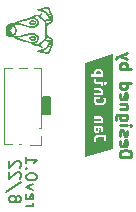
<source format=gbr>
%TF.GenerationSoftware,KiCad,Pcbnew,6.0.7-f9a2dced07~116~ubuntu22.04.1*%
%TF.CreationDate,2022-08-25T19:52:29+02:00*%
%TF.ProjectId,cortex_debug_adapter,636f7274-6578-45f6-9465-6275675f6164,rev?*%
%TF.SameCoordinates,Original*%
%TF.FileFunction,Legend,Bot*%
%TF.FilePolarity,Positive*%
%FSLAX46Y46*%
G04 Gerber Fmt 4.6, Leading zero omitted, Abs format (unit mm)*
G04 Created by KiCad (PCBNEW 6.0.7-f9a2dced07~116~ubuntu22.04.1) date 2022-08-25 19:52:29*
%MOMM*%
%LPD*%
G01*
G04 APERTURE LIST*
%ADD10C,0.150000*%
%ADD11C,0.153000*%
%ADD12C,0.250000*%
%ADD13C,0.120000*%
%ADD14R,1.700000X1.700000*%
%ADD15O,1.700000X1.700000*%
%ADD16R,1.000000X1.000000*%
%ADD17O,1.000000X1.000000*%
G04 APERTURE END LIST*
D10*
X149975000Y-101242500D02*
X149350000Y-101242500D01*
X149350000Y-101242500D02*
X149350000Y-99867500D01*
X149350000Y-99867500D02*
X149975000Y-99867500D01*
X149975000Y-99867500D02*
X149975000Y-101242500D01*
G36*
X149975000Y-101242500D02*
G01*
X149350000Y-101242500D01*
X149350000Y-99867500D01*
X149975000Y-99867500D01*
X149975000Y-101242500D01*
G37*
D11*
X147059047Y-108571428D02*
X147106666Y-108666666D01*
X147154285Y-108714285D01*
X147249523Y-108761904D01*
X147297142Y-108761904D01*
X147392380Y-108714285D01*
X147440000Y-108666666D01*
X147487619Y-108571428D01*
X147487619Y-108380952D01*
X147440000Y-108285714D01*
X147392380Y-108238095D01*
X147297142Y-108190476D01*
X147249523Y-108190476D01*
X147154285Y-108238095D01*
X147106666Y-108285714D01*
X147059047Y-108380952D01*
X147059047Y-108571428D01*
X147011428Y-108666666D01*
X146963809Y-108714285D01*
X146868571Y-108761904D01*
X146678095Y-108761904D01*
X146582857Y-108714285D01*
X146535238Y-108666666D01*
X146487619Y-108571428D01*
X146487619Y-108380952D01*
X146535238Y-108285714D01*
X146582857Y-108238095D01*
X146678095Y-108190476D01*
X146868571Y-108190476D01*
X146963809Y-108238095D01*
X147011428Y-108285714D01*
X147059047Y-108380952D01*
X147535238Y-107047619D02*
X146249523Y-107904761D01*
X147392380Y-106761904D02*
X147440000Y-106714285D01*
X147487619Y-106619047D01*
X147487619Y-106380952D01*
X147440000Y-106285714D01*
X147392380Y-106238095D01*
X147297142Y-106190476D01*
X147201904Y-106190476D01*
X147059047Y-106238095D01*
X146487619Y-106809523D01*
X146487619Y-106190476D01*
X147392380Y-105809523D02*
X147440000Y-105761904D01*
X147487619Y-105666666D01*
X147487619Y-105428571D01*
X147440000Y-105333333D01*
X147392380Y-105285714D01*
X147297142Y-105238095D01*
X147201904Y-105238095D01*
X147059047Y-105285714D01*
X146487619Y-105857142D01*
X146487619Y-105238095D01*
X147887619Y-109071428D02*
X148554285Y-109071428D01*
X148363809Y-109071428D02*
X148459047Y-109023809D01*
X148506666Y-108976190D01*
X148554285Y-108880952D01*
X148554285Y-108785714D01*
X147935238Y-108071428D02*
X147887619Y-108166666D01*
X147887619Y-108357142D01*
X147935238Y-108452380D01*
X148030476Y-108500000D01*
X148411428Y-108500000D01*
X148506666Y-108452380D01*
X148554285Y-108357142D01*
X148554285Y-108166666D01*
X148506666Y-108071428D01*
X148411428Y-108023809D01*
X148316190Y-108023809D01*
X148220952Y-108500000D01*
X148554285Y-107690476D02*
X147887619Y-107452380D01*
X148554285Y-107214285D01*
X148887619Y-106642857D02*
X148887619Y-106547619D01*
X148840000Y-106452380D01*
X148792380Y-106404761D01*
X148697142Y-106357142D01*
X148506666Y-106309523D01*
X148268571Y-106309523D01*
X148078095Y-106357142D01*
X147982857Y-106404761D01*
X147935238Y-106452380D01*
X147887619Y-106547619D01*
X147887619Y-106642857D01*
X147935238Y-106738095D01*
X147982857Y-106785714D01*
X148078095Y-106833333D01*
X148268571Y-106880952D01*
X148506666Y-106880952D01*
X148697142Y-106833333D01*
X148792380Y-106785714D01*
X148840000Y-106738095D01*
X148887619Y-106642857D01*
X147982857Y-105880952D02*
X147935238Y-105833333D01*
X147887619Y-105880952D01*
X147935238Y-105928571D01*
X147982857Y-105880952D01*
X147887619Y-105880952D01*
X147887619Y-104880952D02*
X147887619Y-105452380D01*
X147887619Y-105166666D02*
X148887619Y-105166666D01*
X148744761Y-105261904D01*
X148649523Y-105357142D01*
X148601904Y-105452380D01*
D12*
X155847619Y-104910833D02*
X156847619Y-104910833D01*
X156847619Y-104672738D01*
X156800000Y-104529880D01*
X156704761Y-104434642D01*
X156609523Y-104387023D01*
X156419047Y-104339404D01*
X156276190Y-104339404D01*
X156085714Y-104387023D01*
X155990476Y-104434642D01*
X155895238Y-104529880D01*
X155847619Y-104672738D01*
X155847619Y-104910833D01*
X155895238Y-103529880D02*
X155847619Y-103625119D01*
X155847619Y-103815595D01*
X155895238Y-103910833D01*
X155990476Y-103958452D01*
X156371428Y-103958452D01*
X156466666Y-103910833D01*
X156514285Y-103815595D01*
X156514285Y-103625119D01*
X156466666Y-103529880D01*
X156371428Y-103482261D01*
X156276190Y-103482261D01*
X156180952Y-103958452D01*
X155895238Y-103101309D02*
X155847619Y-103006071D01*
X155847619Y-102815595D01*
X155895238Y-102720357D01*
X155990476Y-102672738D01*
X156038095Y-102672738D01*
X156133333Y-102720357D01*
X156180952Y-102815595D01*
X156180952Y-102958452D01*
X156228571Y-103053690D01*
X156323809Y-103101309D01*
X156371428Y-103101309D01*
X156466666Y-103053690D01*
X156514285Y-102958452D01*
X156514285Y-102815595D01*
X156466666Y-102720357D01*
X155847619Y-102244166D02*
X156514285Y-102244166D01*
X156847619Y-102244166D02*
X156800000Y-102291785D01*
X156752380Y-102244166D01*
X156800000Y-102196547D01*
X156847619Y-102244166D01*
X156752380Y-102244166D01*
X156514285Y-101339404D02*
X155704761Y-101339404D01*
X155609523Y-101387023D01*
X155561904Y-101434642D01*
X155514285Y-101529880D01*
X155514285Y-101672738D01*
X155561904Y-101767976D01*
X155895238Y-101339404D02*
X155847619Y-101434642D01*
X155847619Y-101625119D01*
X155895238Y-101720357D01*
X155942857Y-101767976D01*
X156038095Y-101815595D01*
X156323809Y-101815595D01*
X156419047Y-101767976D01*
X156466666Y-101720357D01*
X156514285Y-101625119D01*
X156514285Y-101434642D01*
X156466666Y-101339404D01*
X156514285Y-100863214D02*
X155847619Y-100863214D01*
X156419047Y-100863214D02*
X156466666Y-100815595D01*
X156514285Y-100720357D01*
X156514285Y-100577500D01*
X156466666Y-100482261D01*
X156371428Y-100434642D01*
X155847619Y-100434642D01*
X155895238Y-99577500D02*
X155847619Y-99672738D01*
X155847619Y-99863214D01*
X155895238Y-99958452D01*
X155990476Y-100006071D01*
X156371428Y-100006071D01*
X156466666Y-99958452D01*
X156514285Y-99863214D01*
X156514285Y-99672738D01*
X156466666Y-99577500D01*
X156371428Y-99529880D01*
X156276190Y-99529880D01*
X156180952Y-100006071D01*
X155847619Y-98672738D02*
X156847619Y-98672738D01*
X155895238Y-98672738D02*
X155847619Y-98767976D01*
X155847619Y-98958452D01*
X155895238Y-99053690D01*
X155942857Y-99101309D01*
X156038095Y-99148928D01*
X156323809Y-99148928D01*
X156419047Y-99101309D01*
X156466666Y-99053690D01*
X156514285Y-98958452D01*
X156514285Y-98767976D01*
X156466666Y-98672738D01*
X155847619Y-97434642D02*
X156847619Y-97434642D01*
X156466666Y-97434642D02*
X156514285Y-97339404D01*
X156514285Y-97148928D01*
X156466666Y-97053690D01*
X156419047Y-97006071D01*
X156323809Y-96958452D01*
X156038095Y-96958452D01*
X155942857Y-97006071D01*
X155895238Y-97053690D01*
X155847619Y-97148928D01*
X155847619Y-97339404D01*
X155895238Y-97434642D01*
X156514285Y-96625119D02*
X155847619Y-96387023D01*
X156514285Y-96148928D02*
X155847619Y-96387023D01*
X155609523Y-96482261D01*
X155561904Y-96529880D01*
X155514285Y-96625119D01*
%TO.C,G\u002A\u002A\u002A*%
G36*
X149726504Y-96182958D02*
G01*
X149671195Y-96174519D01*
X149606681Y-96164383D01*
X149533608Y-96152647D01*
X149452619Y-96139409D01*
X149364359Y-96124768D01*
X148907159Y-96048421D01*
X148886522Y-96026004D01*
X148873151Y-96007853D01*
X148864997Y-95981800D01*
X148869454Y-95955911D01*
X148871706Y-95952605D01*
X149265934Y-95952605D01*
X149268308Y-95953631D01*
X149281334Y-95956665D01*
X149304319Y-95961182D01*
X149335663Y-95966923D01*
X149373765Y-95973626D01*
X149417027Y-95981032D01*
X149463846Y-95988879D01*
X149512624Y-95996909D01*
X149561760Y-96004860D01*
X149609655Y-96012472D01*
X149654707Y-96019485D01*
X149695316Y-96025638D01*
X149729884Y-96030672D01*
X149756809Y-96034325D01*
X149774491Y-96036338D01*
X149781330Y-96036451D01*
X149783193Y-96032648D01*
X149789480Y-96018016D01*
X149799706Y-95993442D01*
X149813438Y-95959994D01*
X149830240Y-95918738D01*
X149849679Y-95870743D01*
X149871320Y-95817075D01*
X149894729Y-95758800D01*
X149919473Y-95696987D01*
X150053335Y-95361998D01*
X150053335Y-95175477D01*
X150053269Y-95133956D01*
X150052928Y-95085070D01*
X150052257Y-95047066D01*
X150051212Y-95018881D01*
X150049750Y-94999448D01*
X150047826Y-94987704D01*
X150045397Y-94982582D01*
X150042498Y-94980674D01*
X150029511Y-94972870D01*
X150007637Y-94960070D01*
X149978256Y-94943071D01*
X149942749Y-94922670D01*
X149902496Y-94899665D01*
X149858877Y-94874852D01*
X149680295Y-94773496D01*
X149670737Y-94822012D01*
X149668908Y-94830768D01*
X149651478Y-94891162D01*
X149624083Y-94959341D01*
X149624060Y-94959784D01*
X149631160Y-94963418D01*
X149650477Y-94968567D01*
X149681680Y-94975158D01*
X149724441Y-94983123D01*
X149778429Y-94992391D01*
X149935859Y-95018576D01*
X149956497Y-95040995D01*
X149977134Y-95063414D01*
X149977134Y-95166948D01*
X149976927Y-95197426D01*
X149975355Y-95243393D01*
X149971881Y-95281064D01*
X149966079Y-95313223D01*
X149957524Y-95342652D01*
X149945793Y-95372132D01*
X149942763Y-95378002D01*
X149932722Y-95395057D01*
X149917250Y-95419987D01*
X149897294Y-95451368D01*
X149873800Y-95487771D01*
X149847716Y-95527769D01*
X149819989Y-95569935D01*
X149791564Y-95612843D01*
X149763390Y-95655064D01*
X149736412Y-95695171D01*
X149711578Y-95731738D01*
X149689834Y-95763337D01*
X149672127Y-95788541D01*
X149659405Y-95805922D01*
X149652613Y-95814055D01*
X149650229Y-95815548D01*
X149636671Y-95821634D01*
X149613283Y-95830820D01*
X149581647Y-95842529D01*
X149543348Y-95856181D01*
X149499968Y-95871197D01*
X149453091Y-95886999D01*
X149430904Y-95894404D01*
X149386538Y-95909360D01*
X149346987Y-95922892D01*
X149313702Y-95934490D01*
X149288131Y-95943647D01*
X149271725Y-95949855D01*
X149265934Y-95952605D01*
X148871706Y-95952605D01*
X148886522Y-95930854D01*
X148888735Y-95928638D01*
X148894627Y-95923661D01*
X148902469Y-95918534D01*
X148913273Y-95912880D01*
X148928051Y-95906319D01*
X148947816Y-95898474D01*
X148973581Y-95888964D01*
X149006358Y-95877412D01*
X149047159Y-95863438D01*
X149096997Y-95846665D01*
X149156885Y-95826713D01*
X149227834Y-95803204D01*
X149255033Y-95794181D01*
X149315021Y-95774100D01*
X149371034Y-95755105D01*
X149421917Y-95737603D01*
X149466511Y-95722002D01*
X149503660Y-95708709D01*
X149532206Y-95698130D01*
X149550992Y-95690673D01*
X149558860Y-95686745D01*
X149559383Y-95686189D01*
X149567008Y-95676353D01*
X149580382Y-95657675D01*
X149598449Y-95631731D01*
X149620152Y-95600101D01*
X149644432Y-95564362D01*
X149670233Y-95526094D01*
X149696496Y-95486873D01*
X149722165Y-95448280D01*
X149746183Y-95411891D01*
X149767491Y-95379286D01*
X149785033Y-95352043D01*
X149797751Y-95331740D01*
X149804587Y-95319955D01*
X149810601Y-95305649D01*
X149818633Y-95279798D01*
X149824424Y-95253280D01*
X149825228Y-95248124D01*
X149828476Y-95221603D01*
X149830410Y-95195817D01*
X149830941Y-95173728D01*
X149829981Y-95158301D01*
X149827440Y-95152500D01*
X149823600Y-95151979D01*
X149808707Y-95149639D01*
X149784299Y-95145680D01*
X149752131Y-95140390D01*
X149713957Y-95134056D01*
X149671531Y-95126966D01*
X149519266Y-95101431D01*
X149473563Y-95138508D01*
X149456952Y-95151790D01*
X149431635Y-95171757D01*
X149399915Y-95196599D01*
X149363656Y-95224856D01*
X149324724Y-95255074D01*
X149284984Y-95285793D01*
X149278167Y-95291052D01*
X149241759Y-95319140D01*
X149208923Y-95344478D01*
X149180955Y-95366065D01*
X149159152Y-95382900D01*
X149144812Y-95393982D01*
X149139232Y-95398308D01*
X149141716Y-95402006D01*
X149152014Y-95413602D01*
X149169178Y-95431881D01*
X149192046Y-95455625D01*
X149219457Y-95483617D01*
X149250249Y-95514641D01*
X149364144Y-95628667D01*
X149313564Y-95679546D01*
X149295125Y-95697666D01*
X149277281Y-95714252D01*
X149264321Y-95725215D01*
X149258216Y-95728800D01*
X149253472Y-95724839D01*
X149240799Y-95712975D01*
X149221523Y-95694415D01*
X149196884Y-95670365D01*
X149168122Y-95642028D01*
X149136477Y-95610608D01*
X149019505Y-95494041D01*
X148976032Y-95512183D01*
X148961429Y-95518125D01*
X148947095Y-95523114D01*
X148932759Y-95526501D01*
X148915883Y-95528587D01*
X148893925Y-95529669D01*
X148864347Y-95530048D01*
X148837707Y-95530031D01*
X148824609Y-95530022D01*
X148824238Y-95530021D01*
X148783095Y-95529722D01*
X148752132Y-95528933D01*
X148728848Y-95527414D01*
X148710745Y-95524922D01*
X148695323Y-95521216D01*
X148680085Y-95516055D01*
X148677569Y-95515047D01*
X148660508Y-95506884D01*
X148634758Y-95493286D01*
X148602058Y-95475227D01*
X148564149Y-95453678D01*
X148522772Y-95429613D01*
X148479665Y-95404005D01*
X148367496Y-95336648D01*
X148315820Y-95305617D01*
X147795515Y-95156827D01*
X147275209Y-95008037D01*
X147094234Y-94899297D01*
X146918530Y-94793725D01*
X147211709Y-94793725D01*
X147340235Y-94871747D01*
X147853865Y-95018474D01*
X148367496Y-95165201D01*
X148459528Y-95165075D01*
X148476537Y-95165005D01*
X148527872Y-95163955D01*
X148569744Y-95161340D01*
X148604627Y-95156757D01*
X148634999Y-95149802D01*
X148663335Y-95140072D01*
X148692109Y-95127162D01*
X148733439Y-95102771D01*
X148779656Y-95063021D01*
X148816809Y-95015233D01*
X148843924Y-94960721D01*
X148860026Y-94900798D01*
X148861485Y-94890663D01*
X148861943Y-94837470D01*
X148850290Y-94786668D01*
X148826941Y-94738941D01*
X148792309Y-94694974D01*
X148746808Y-94655451D01*
X148690853Y-94621056D01*
X148673181Y-94612050D01*
X148642097Y-94597387D01*
X148613797Y-94586377D01*
X148585703Y-94578511D01*
X148555236Y-94573280D01*
X148519819Y-94570174D01*
X148476873Y-94568684D01*
X148423819Y-94568300D01*
X148294242Y-94568300D01*
X147860926Y-94677567D01*
X147427609Y-94786833D01*
X147211709Y-94793725D01*
X146918530Y-94793725D01*
X146913259Y-94790558D01*
X146744857Y-94790554D01*
X146719584Y-94790526D01*
X146707122Y-94790512D01*
X146662659Y-94790250D01*
X146627711Y-94789653D01*
X146614809Y-94789159D01*
X146600403Y-94788608D01*
X146595166Y-94788218D01*
X146578861Y-94787003D01*
X146561212Y-94784725D01*
X146545581Y-94781662D01*
X146530094Y-94777703D01*
X146498858Y-94767890D01*
X146430100Y-94737223D01*
X146368508Y-94696565D01*
X146314915Y-94646766D01*
X146310722Y-94641325D01*
X146611634Y-94641325D01*
X146614809Y-94644500D01*
X146617984Y-94641325D01*
X146614809Y-94638150D01*
X146611634Y-94641325D01*
X146310722Y-94641325D01*
X146270154Y-94588676D01*
X146235056Y-94523147D01*
X146210453Y-94451029D01*
X146206708Y-94434360D01*
X146200617Y-94385952D01*
X146200748Y-94360035D01*
X146350477Y-94360035D01*
X146352336Y-94390423D01*
X146360086Y-94427697D01*
X146379792Y-94477051D01*
X146408491Y-94523767D01*
X146444237Y-94564813D01*
X146485084Y-94597160D01*
X146498933Y-94605067D01*
X146524929Y-94617280D01*
X146552419Y-94627863D01*
X146577224Y-94635269D01*
X146595166Y-94637949D01*
X146595523Y-94637943D01*
X146602730Y-94636914D01*
X146600966Y-94632905D01*
X146589409Y-94623917D01*
X146575369Y-94612843D01*
X146550035Y-94590377D01*
X146521660Y-94563131D01*
X146493230Y-94534092D01*
X146467730Y-94506244D01*
X146448144Y-94482575D01*
X146434893Y-94463375D01*
X146419045Y-94437247D01*
X146402947Y-94408172D01*
X146387996Y-94378894D01*
X146375587Y-94352156D01*
X146367118Y-94330700D01*
X146363984Y-94317270D01*
X146363394Y-94311415D01*
X146360614Y-94309205D01*
X146358730Y-94312154D01*
X146356843Y-94315108D01*
X146352089Y-94333852D01*
X146350477Y-94360035D01*
X146200748Y-94360035D01*
X146200861Y-94337837D01*
X146207267Y-94293681D01*
X146219661Y-94257150D01*
X146227643Y-94241270D01*
X146237628Y-94222740D01*
X146244727Y-94211113D01*
X146247679Y-94204553D01*
X146536346Y-94204553D01*
X146546547Y-94206413D01*
X146557843Y-94208267D01*
X146580238Y-94216891D01*
X146605877Y-94230702D01*
X146631098Y-94247646D01*
X146652239Y-94265671D01*
X146660647Y-94274464D01*
X146687564Y-94310561D01*
X146705856Y-94351284D01*
X146716278Y-94398755D01*
X146719584Y-94455096D01*
X146719584Y-94500016D01*
X146794960Y-94497328D01*
X146798578Y-94497196D01*
X146833719Y-94495365D01*
X146858659Y-94492725D01*
X146875686Y-94488938D01*
X146887092Y-94483662D01*
X146888127Y-94482921D01*
X146898963Y-94470585D01*
X146914114Y-94446931D01*
X146933681Y-94411789D01*
X146957766Y-94364988D01*
X147011684Y-94257292D01*
X147011684Y-94142709D01*
X146957766Y-94035013D01*
X146954571Y-94028651D01*
X146931044Y-93983287D01*
X146912023Y-93949560D01*
X146897407Y-93927301D01*
X146887092Y-93916339D01*
X146886264Y-93915812D01*
X146874460Y-93910680D01*
X146856835Y-93907005D01*
X146831099Y-93904450D01*
X146794960Y-93902673D01*
X146719584Y-93899985D01*
X146719584Y-93947059D01*
X146718479Y-93973156D01*
X146714974Y-94005133D01*
X146709903Y-94031979D01*
X146696473Y-94068940D01*
X146671845Y-94109763D01*
X146639896Y-94144936D01*
X146614809Y-94163328D01*
X146602822Y-94172116D01*
X146562819Y-94188960D01*
X146547283Y-94194118D01*
X146536996Y-94200022D01*
X146536346Y-94204553D01*
X146247679Y-94204553D01*
X146249616Y-94200249D01*
X146244727Y-94188888D01*
X146239627Y-94180799D01*
X146230007Y-94163519D01*
X146219359Y-94142850D01*
X146218647Y-94141407D01*
X146211125Y-94124891D01*
X146206318Y-94109839D01*
X146203655Y-94092712D01*
X146202567Y-94069971D01*
X146202493Y-94041852D01*
X146349841Y-94041852D01*
X146353113Y-94073202D01*
X146358730Y-94094878D01*
X146369916Y-94063302D01*
X146383098Y-94030176D01*
X146413080Y-93971157D01*
X146448420Y-93917383D01*
X146460468Y-93902367D01*
X146484255Y-93875555D01*
X146512055Y-93846501D01*
X146540856Y-93818226D01*
X146567644Y-93793747D01*
X146589409Y-93776084D01*
X146589921Y-93775712D01*
X146601162Y-93766908D01*
X146602637Y-93763021D01*
X146596970Y-93762286D01*
X146908328Y-93762286D01*
X146913259Y-93764342D01*
X146933727Y-93771475D01*
X146955614Y-93782041D01*
X146976522Y-93796703D01*
X147001028Y-93818275D01*
X147008794Y-93825909D01*
X147019676Y-93838397D01*
X147030803Y-93853882D01*
X147043201Y-93874069D01*
X147057893Y-93900657D01*
X147075904Y-93935351D01*
X147098259Y-93979853D01*
X147164084Y-94112130D01*
X147164084Y-94287823D01*
X147100675Y-94415406D01*
X147079559Y-94457197D01*
X147056250Y-94500895D01*
X147035878Y-94535529D01*
X147017396Y-94562604D01*
X146999756Y-94583623D01*
X146981913Y-94600093D01*
X146962818Y-94613517D01*
X146959704Y-94615372D01*
X146937405Y-94626478D01*
X146914376Y-94635360D01*
X146912831Y-94635861D01*
X146908351Y-94637898D01*
X146908772Y-94639562D01*
X146915067Y-94640893D01*
X146928213Y-94641930D01*
X146949183Y-94642712D01*
X146978954Y-94643278D01*
X147018500Y-94643668D01*
X147068796Y-94643921D01*
X147130816Y-94644076D01*
X147373773Y-94644500D01*
X147818134Y-94533375D01*
X148262496Y-94422250D01*
X148423030Y-94422250D01*
X148449934Y-94422273D01*
X148495282Y-94422496D01*
X148530861Y-94423060D01*
X148558626Y-94424088D01*
X148580532Y-94425703D01*
X148598532Y-94428027D01*
X148614581Y-94431183D01*
X148630635Y-94435294D01*
X148654508Y-94442452D01*
X148725758Y-94470534D01*
X148791910Y-94506666D01*
X148851707Y-94549723D01*
X148903893Y-94598577D01*
X148947213Y-94652102D01*
X148980410Y-94709171D01*
X149002229Y-94768658D01*
X149007077Y-94793710D01*
X149010803Y-94834730D01*
X149011268Y-94879462D01*
X149008469Y-94922982D01*
X149002400Y-94960365D01*
X149000763Y-94967071D01*
X148977022Y-95036163D01*
X148942625Y-95100117D01*
X148898783Y-95157751D01*
X148846710Y-95207879D01*
X148787616Y-95249318D01*
X148722716Y-95280884D01*
X148653221Y-95301393D01*
X148615182Y-95309164D01*
X148643696Y-95327188D01*
X148673668Y-95345304D01*
X148707975Y-95362948D01*
X148739142Y-95374599D01*
X148770688Y-95381771D01*
X148801784Y-95384981D01*
X148837707Y-95385312D01*
X148872961Y-95382793D01*
X148903586Y-95377716D01*
X148925625Y-95370373D01*
X148933671Y-95365113D01*
X148950949Y-95352673D01*
X148976136Y-95333989D01*
X149008150Y-95309881D01*
X149045912Y-95281167D01*
X149088338Y-95248666D01*
X149134349Y-95213197D01*
X149182863Y-95175577D01*
X149215789Y-95149940D01*
X149270954Y-95106756D01*
X149317400Y-95069927D01*
X149356044Y-95038591D01*
X149387802Y-95011884D01*
X149413589Y-94988941D01*
X149434323Y-94968900D01*
X149450919Y-94950895D01*
X149464293Y-94934065D01*
X149475361Y-94917543D01*
X149485040Y-94900468D01*
X149494245Y-94881974D01*
X149499628Y-94870585D01*
X149505429Y-94857671D01*
X149510507Y-94844880D01*
X149514911Y-94831358D01*
X149518688Y-94816249D01*
X149521886Y-94798698D01*
X149524553Y-94777851D01*
X149526738Y-94752852D01*
X149528489Y-94722847D01*
X149529854Y-94686981D01*
X149530880Y-94644399D01*
X149531617Y-94594247D01*
X149532111Y-94535668D01*
X149532412Y-94467809D01*
X149532568Y-94389815D01*
X149532626Y-94300830D01*
X149532635Y-94200000D01*
X149532629Y-94112312D01*
X149532581Y-94021636D01*
X149532441Y-93942071D01*
X149532161Y-93872764D01*
X149531691Y-93812863D01*
X149530982Y-93761513D01*
X149529986Y-93717862D01*
X149528654Y-93681057D01*
X149526936Y-93650243D01*
X149524783Y-93624568D01*
X149522147Y-93603179D01*
X149518978Y-93585222D01*
X149515229Y-93569845D01*
X149510848Y-93556193D01*
X149505789Y-93543413D01*
X149500001Y-93530653D01*
X149493436Y-93517059D01*
X149488119Y-93506373D01*
X149478566Y-93488675D01*
X149468147Y-93472004D01*
X149455937Y-93455488D01*
X149441013Y-93438256D01*
X149422449Y-93419438D01*
X149399321Y-93398162D01*
X149370705Y-93373557D01*
X149335675Y-93344752D01*
X149293308Y-93310875D01*
X149242679Y-93271056D01*
X149182863Y-93224424D01*
X149137424Y-93189182D01*
X149091218Y-93153549D01*
X149048527Y-93120831D01*
X149010431Y-93091847D01*
X148978012Y-93067416D01*
X148952351Y-93048357D01*
X148934528Y-93035488D01*
X148925625Y-93029628D01*
X148904965Y-93022610D01*
X148874685Y-93017410D01*
X148839573Y-93014752D01*
X148803588Y-93014928D01*
X148770688Y-93018230D01*
X148746810Y-93023260D01*
X148715877Y-93033656D01*
X148682679Y-93049670D01*
X148643696Y-93072813D01*
X148615182Y-93090837D01*
X148653221Y-93098686D01*
X148658935Y-93099906D01*
X148728216Y-93121510D01*
X148792804Y-93154064D01*
X148851468Y-93196367D01*
X148902978Y-93247220D01*
X148946101Y-93305421D01*
X148979609Y-93369771D01*
X149002268Y-93439070D01*
X149007057Y-93465644D01*
X149010807Y-93508266D01*
X149011252Y-93553366D01*
X149008392Y-93596030D01*
X149002229Y-93631343D01*
X148997223Y-93648527D01*
X148972058Y-93707281D01*
X148935739Y-93763565D01*
X148889439Y-93816170D01*
X148834334Y-93863888D01*
X148771598Y-93905510D01*
X148702406Y-93939828D01*
X148688180Y-93945728D01*
X148662798Y-93955559D01*
X148639397Y-93963155D01*
X148615880Y-93968801D01*
X148590149Y-93972782D01*
X148560108Y-93975383D01*
X148523660Y-93976888D01*
X148478709Y-93977582D01*
X148423156Y-93977750D01*
X148262496Y-93977750D01*
X147818134Y-93866625D01*
X147373773Y-93755500D01*
X147130816Y-93755925D01*
X147069505Y-93756083D01*
X147018831Y-93756351D01*
X146978965Y-93756763D01*
X146948950Y-93757357D01*
X146927834Y-93758170D01*
X146914661Y-93759237D01*
X146908477Y-93760597D01*
X146908328Y-93762286D01*
X146596970Y-93762286D01*
X146595166Y-93762052D01*
X146584818Y-93763115D01*
X146561989Y-93768985D01*
X146534923Y-93778631D01*
X146507784Y-93790505D01*
X146484735Y-93803062D01*
X146448743Y-93830625D01*
X146410413Y-93872935D01*
X146379868Y-93922648D01*
X146379035Y-93924354D01*
X146363468Y-93963674D01*
X146353514Y-94004092D01*
X146349841Y-94041852D01*
X146202493Y-94041852D01*
X146202483Y-94038075D01*
X146203695Y-94004716D01*
X146212660Y-93942657D01*
X146231269Y-93884226D01*
X146260635Y-93825350D01*
X146268027Y-93813323D01*
X146301332Y-93769342D01*
X146311651Y-93758675D01*
X146611634Y-93758675D01*
X146614809Y-93761850D01*
X146617984Y-93758675D01*
X146614809Y-93755500D01*
X146611634Y-93758675D01*
X146311651Y-93758675D01*
X146342278Y-93727014D01*
X146387176Y-93689865D01*
X146432332Y-93661418D01*
X146449847Y-93652505D01*
X146477367Y-93639742D01*
X146503685Y-93629742D01*
X146530786Y-93622178D01*
X146560654Y-93616723D01*
X146595274Y-93613051D01*
X146636631Y-93610832D01*
X146686710Y-93609741D01*
X146747496Y-93609450D01*
X146913075Y-93609450D01*
X146917643Y-93606714D01*
X147214884Y-93606714D01*
X147216436Y-93607206D01*
X147227965Y-93608093D01*
X147248899Y-93608805D01*
X147277043Y-93609279D01*
X147310204Y-93609450D01*
X147405523Y-93609450D01*
X147849884Y-93720575D01*
X148294246Y-93831700D01*
X148424958Y-93831700D01*
X148441210Y-93831694D01*
X148482054Y-93831530D01*
X148513247Y-93830989D01*
X148537075Y-93829862D01*
X148555822Y-93827942D01*
X148571771Y-93825020D01*
X148587208Y-93820888D01*
X148604415Y-93815338D01*
X148644276Y-93800461D01*
X148706458Y-93770036D01*
X148759049Y-93734391D01*
X148801546Y-93694147D01*
X148833445Y-93649925D01*
X148854243Y-93602346D01*
X148863436Y-93552029D01*
X148860521Y-93499597D01*
X148848894Y-93452942D01*
X148823983Y-93396790D01*
X148788923Y-93347211D01*
X148744651Y-93305472D01*
X148692109Y-93272839D01*
X148683575Y-93268744D01*
X148655182Y-93256798D01*
X148626511Y-93247914D01*
X148595086Y-93241689D01*
X148558431Y-93237718D01*
X148514070Y-93235598D01*
X148459528Y-93234926D01*
X148367496Y-93234800D01*
X147853865Y-93381527D01*
X147340235Y-93528254D01*
X147277560Y-93566116D01*
X147254306Y-93580360D01*
X147233843Y-93593306D01*
X147219984Y-93602556D01*
X147214884Y-93606714D01*
X146917643Y-93606714D01*
X147097317Y-93499109D01*
X147281559Y-93388767D01*
X147799084Y-93241129D01*
X148316609Y-93093490D01*
X148478534Y-92996813D01*
X148486319Y-92992174D01*
X148529167Y-92966957D01*
X148570065Y-92943386D01*
X148607233Y-92922453D01*
X148638891Y-92905149D01*
X148663260Y-92892465D01*
X148678559Y-92885393D01*
X148683858Y-92883396D01*
X148701173Y-92877874D01*
X148719800Y-92873939D01*
X148742588Y-92871219D01*
X148772382Y-92869340D01*
X148812029Y-92867931D01*
X148816371Y-92867808D01*
X148852962Y-92866957D01*
X148880066Y-92866951D01*
X148900588Y-92868056D01*
X148917435Y-92870537D01*
X148933514Y-92874660D01*
X148951729Y-92880690D01*
X148953615Y-92881350D01*
X148976527Y-92889495D01*
X148995201Y-92896360D01*
X149005750Y-92900519D01*
X149010286Y-92899776D01*
X149021099Y-92892795D01*
X149038148Y-92878580D01*
X149062024Y-92856604D01*
X149093318Y-92826340D01*
X149132622Y-92787259D01*
X149161938Y-92758045D01*
X149191141Y-92729394D01*
X149216443Y-92705039D01*
X149236593Y-92686172D01*
X149250339Y-92673979D01*
X149256430Y-92669650D01*
X149262053Y-92672950D01*
X149274971Y-92683710D01*
X149292841Y-92700169D01*
X149313601Y-92720492D01*
X149364144Y-92771334D01*
X149138506Y-92997234D01*
X149153008Y-93010228D01*
X149159810Y-93015897D01*
X149175931Y-93028807D01*
X149199306Y-93047261D01*
X149228409Y-93070060D01*
X149261711Y-93096002D01*
X149297684Y-93123888D01*
X149323415Y-93143817D01*
X149361466Y-93173393D01*
X149397554Y-93201559D01*
X149429654Y-93226730D01*
X149455742Y-93247322D01*
X149473793Y-93261750D01*
X149519727Y-93298947D01*
X149671199Y-93273224D01*
X149701120Y-93268156D01*
X149740706Y-93261499D01*
X149774842Y-93255813D01*
X149801760Y-93251389D01*
X149819695Y-93248521D01*
X149826878Y-93247500D01*
X149830650Y-93242600D01*
X149832170Y-93227849D01*
X149831359Y-93205866D01*
X149828570Y-93179308D01*
X149824155Y-93150830D01*
X149818468Y-93123089D01*
X149811861Y-93098742D01*
X149804687Y-93080445D01*
X149802686Y-93076770D01*
X149793259Y-93061085D01*
X149778519Y-93037714D01*
X149759486Y-93008183D01*
X149737180Y-92974020D01*
X149712620Y-92936754D01*
X149686827Y-92897911D01*
X149660822Y-92859020D01*
X149635623Y-92821607D01*
X149612252Y-92787201D01*
X149591727Y-92757328D01*
X149575071Y-92733518D01*
X149563301Y-92717296D01*
X149557439Y-92710191D01*
X149555488Y-92709189D01*
X149542906Y-92704256D01*
X149519918Y-92695932D01*
X149487674Y-92684612D01*
X149447323Y-92670692D01*
X149400014Y-92654566D01*
X149346896Y-92636630D01*
X149289120Y-92617278D01*
X149227834Y-92596906D01*
X149195798Y-92586291D01*
X149129745Y-92564340D01*
X149074316Y-92545786D01*
X149028499Y-92530250D01*
X148991281Y-92517354D01*
X148961652Y-92506718D01*
X148938597Y-92497963D01*
X148921106Y-92490711D01*
X148908165Y-92484582D01*
X148898762Y-92479198D01*
X148891885Y-92474179D01*
X148886522Y-92469147D01*
X148877409Y-92458743D01*
X148871258Y-92447400D01*
X149265934Y-92447400D01*
X149266602Y-92447910D01*
X149276101Y-92451880D01*
X149295690Y-92459109D01*
X149323889Y-92469080D01*
X149359215Y-92481272D01*
X149400186Y-92495167D01*
X149445322Y-92510246D01*
X149457845Y-92514407D01*
X149503334Y-92529647D01*
X149545154Y-92543846D01*
X149581626Y-92556422D01*
X149611068Y-92566791D01*
X149631802Y-92574369D01*
X149642148Y-92578574D01*
X149645302Y-92581248D01*
X149655830Y-92593618D01*
X149671778Y-92614516D01*
X149692212Y-92642557D01*
X149716195Y-92676360D01*
X149742791Y-92714538D01*
X149771065Y-92755709D01*
X149800079Y-92798490D01*
X149828898Y-92841495D01*
X149856586Y-92883341D01*
X149882207Y-92922644D01*
X149904825Y-92958022D01*
X149923504Y-92988088D01*
X149937308Y-93011461D01*
X149945300Y-93026755D01*
X149952935Y-93045033D01*
X149962803Y-93074218D01*
X149969724Y-93104802D01*
X149974130Y-93139595D01*
X149976456Y-93181409D01*
X149977134Y-93233053D01*
X149977134Y-93336587D01*
X149956497Y-93359006D01*
X149935859Y-93381425D01*
X149778429Y-93407610D01*
X149768883Y-93409206D01*
X149716701Y-93418266D01*
X149675801Y-93426012D01*
X149646511Y-93432373D01*
X149629162Y-93437280D01*
X149624083Y-93440660D01*
X149629068Y-93451936D01*
X149654880Y-93518856D01*
X149670744Y-93578026D01*
X149680309Y-93626579D01*
X149858884Y-93525226D01*
X149884121Y-93510883D01*
X149925987Y-93487002D01*
X149963699Y-93465382D01*
X149995876Y-93446820D01*
X150021139Y-93432113D01*
X150038106Y-93422060D01*
X150045397Y-93417459D01*
X150047206Y-93414355D01*
X150049260Y-93404538D01*
X150050843Y-93387336D01*
X150051998Y-93361687D01*
X150052769Y-93326527D01*
X150053200Y-93280795D01*
X150053334Y-93223428D01*
X150053334Y-93035810D01*
X149919725Y-92701976D01*
X149901615Y-92656788D01*
X149877796Y-92597553D01*
X149855623Y-92542635D01*
X149835532Y-92493100D01*
X149817960Y-92450019D01*
X149803342Y-92414461D01*
X149792116Y-92387493D01*
X149784717Y-92370186D01*
X149781582Y-92363608D01*
X149780135Y-92363372D01*
X149768350Y-92364219D01*
X149745940Y-92366929D01*
X149714246Y-92371306D01*
X149674612Y-92377154D01*
X149628380Y-92384277D01*
X149576892Y-92392479D01*
X149521492Y-92401565D01*
X149497904Y-92405501D01*
X149444244Y-92414565D01*
X149395235Y-92422996D01*
X149352191Y-92430558D01*
X149316424Y-92437015D01*
X149289250Y-92442131D01*
X149271982Y-92445672D01*
X149265934Y-92447400D01*
X148871258Y-92447400D01*
X148868314Y-92441972D01*
X148865884Y-92422000D01*
X148866568Y-92410316D01*
X148872440Y-92392411D01*
X148886522Y-92373997D01*
X148907159Y-92351580D01*
X149364359Y-92275233D01*
X149388094Y-92271276D01*
X149472044Y-92257404D01*
X149549360Y-92244821D01*
X149619307Y-92233639D01*
X149681151Y-92223970D01*
X149734156Y-92215926D01*
X149777589Y-92209619D01*
X149810715Y-92205161D01*
X149832799Y-92202665D01*
X149843108Y-92202241D01*
X149862362Y-92208537D01*
X149879371Y-92219422D01*
X149879496Y-92219544D01*
X149885474Y-92229237D01*
X149895861Y-92250633D01*
X149910586Y-92283562D01*
X149929576Y-92327851D01*
X149952759Y-92383330D01*
X149980061Y-92449826D01*
X150011411Y-92527167D01*
X150046735Y-92615183D01*
X150199384Y-92997120D01*
X150199361Y-93238198D01*
X150199331Y-93291053D01*
X150199201Y-93343458D01*
X150198912Y-93385524D01*
X150198407Y-93418535D01*
X150197626Y-93443774D01*
X150196513Y-93462524D01*
X150195007Y-93476071D01*
X150193053Y-93485698D01*
X150190590Y-93492688D01*
X150187561Y-93498325D01*
X150187165Y-93498928D01*
X150180613Y-93505756D01*
X150168145Y-93515431D01*
X150149014Y-93528414D01*
X150122472Y-93545166D01*
X150087771Y-93566150D01*
X150044162Y-93591828D01*
X149990900Y-93622662D01*
X149927234Y-93659114D01*
X149680309Y-93799925D01*
X149678684Y-93800852D01*
X149678684Y-94599149D01*
X149927234Y-94740887D01*
X149934839Y-94745226D01*
X149997313Y-94781031D01*
X150049467Y-94811269D01*
X150092049Y-94836404D01*
X150125808Y-94856895D01*
X150151490Y-94873206D01*
X150169845Y-94885799D01*
X150181619Y-94895135D01*
X150187561Y-94901675D01*
X150190057Y-94906171D01*
X150192630Y-94912818D01*
X150194682Y-94921861D01*
X150196270Y-94934586D01*
X150197453Y-94952282D01*
X150198291Y-94976237D01*
X150198842Y-95007740D01*
X150199165Y-95048079D01*
X150199318Y-95098541D01*
X150199361Y-95160415D01*
X150199384Y-95400104D01*
X150046536Y-95782715D01*
X150021255Y-95845764D01*
X149993242Y-95915035D01*
X149967502Y-95978033D01*
X149944369Y-96033964D01*
X149924178Y-96082034D01*
X149907262Y-96121447D01*
X149893955Y-96151411D01*
X149884592Y-96171130D01*
X149879507Y-96179810D01*
X149863106Y-96191021D01*
X149843443Y-96197705D01*
X149842801Y-96197773D01*
X149830757Y-96197107D01*
X149806930Y-96194350D01*
X149781330Y-96190873D01*
X149771964Y-96189601D01*
X149726504Y-96182958D01*
G37*
G36*
X148475359Y-95086998D02*
G01*
X148471890Y-95086805D01*
X148411310Y-95079505D01*
X148358368Y-95064706D01*
X148310025Y-95041574D01*
X148291953Y-95029031D01*
X148266280Y-95006089D01*
X148241862Y-94979376D01*
X148221851Y-94952425D01*
X148209397Y-94928769D01*
X148202821Y-94901584D01*
X148201158Y-94866750D01*
X148351534Y-94866750D01*
X148351877Y-94871015D01*
X148360474Y-94889479D01*
X148378999Y-94907098D01*
X148405258Y-94922172D01*
X148437055Y-94933002D01*
X148452713Y-94935611D01*
X148483462Y-94937284D01*
X148517404Y-94936260D01*
X148549293Y-94932770D01*
X148573886Y-94927040D01*
X148583293Y-94923180D01*
X148605099Y-94910623D01*
X148624466Y-94895171D01*
X148638332Y-94879493D01*
X148643634Y-94866258D01*
X148642859Y-94861642D01*
X148633889Y-94846925D01*
X148617289Y-94831061D01*
X148596105Y-94816650D01*
X148573380Y-94806291D01*
X148562463Y-94803309D01*
X148532128Y-94798536D01*
X148497392Y-94796325D01*
X148463811Y-94796910D01*
X148436940Y-94800527D01*
X148426457Y-94803459D01*
X148393233Y-94817758D01*
X148365822Y-94836850D01*
X148356216Y-94849967D01*
X148351534Y-94866750D01*
X148201158Y-94866750D01*
X148200964Y-94862690D01*
X148205851Y-94823415D01*
X148217172Y-94789313D01*
X148228255Y-94769395D01*
X148260625Y-94729518D01*
X148302554Y-94696718D01*
X148353010Y-94671567D01*
X148410956Y-94654638D01*
X148475359Y-94646503D01*
X148509224Y-94645952D01*
X148574706Y-94652589D01*
X148634272Y-94669402D01*
X148686989Y-94696078D01*
X148731926Y-94732306D01*
X148750496Y-94752593D01*
X148771235Y-94783757D01*
X148783260Y-94817801D01*
X148788542Y-94859140D01*
X148788548Y-94859242D01*
X148789340Y-94885318D01*
X148787471Y-94904621D01*
X148781773Y-94922970D01*
X148771078Y-94946186D01*
X148769564Y-94949203D01*
X148740718Y-94991977D01*
X148702255Y-95027563D01*
X148655331Y-95055408D01*
X148601103Y-95074963D01*
X148540727Y-95085677D01*
X148483462Y-95086834D01*
X148475359Y-95086998D01*
G37*
G36*
X148475359Y-93753498D02*
G01*
X148471890Y-93753305D01*
X148411310Y-93746005D01*
X148358368Y-93731206D01*
X148310025Y-93708074D01*
X148291953Y-93695531D01*
X148266280Y-93672589D01*
X148241862Y-93645876D01*
X148221851Y-93618925D01*
X148209397Y-93595269D01*
X148202821Y-93568084D01*
X148201158Y-93533250D01*
X148351534Y-93533250D01*
X148351877Y-93537515D01*
X148360474Y-93555979D01*
X148378999Y-93573598D01*
X148405258Y-93588672D01*
X148437055Y-93599502D01*
X148452713Y-93602111D01*
X148483462Y-93603784D01*
X148517404Y-93602760D01*
X148549293Y-93599270D01*
X148573886Y-93593540D01*
X148583293Y-93589680D01*
X148605099Y-93577123D01*
X148624466Y-93561671D01*
X148638332Y-93545993D01*
X148643634Y-93532758D01*
X148642859Y-93528142D01*
X148633889Y-93513425D01*
X148617289Y-93497561D01*
X148596105Y-93483150D01*
X148573380Y-93472791D01*
X148562463Y-93469809D01*
X148532128Y-93465036D01*
X148497392Y-93462825D01*
X148463811Y-93463410D01*
X148436940Y-93467027D01*
X148426457Y-93469959D01*
X148393233Y-93484258D01*
X148365822Y-93503350D01*
X148356216Y-93516467D01*
X148351534Y-93533250D01*
X148201158Y-93533250D01*
X148200964Y-93529190D01*
X148205851Y-93489915D01*
X148217172Y-93455813D01*
X148228255Y-93435895D01*
X148260625Y-93396018D01*
X148302554Y-93363218D01*
X148353010Y-93338067D01*
X148410956Y-93321138D01*
X148475359Y-93313003D01*
X148509224Y-93312452D01*
X148574706Y-93319089D01*
X148634272Y-93335902D01*
X148686989Y-93362578D01*
X148731926Y-93398806D01*
X148750496Y-93419093D01*
X148771235Y-93450257D01*
X148783260Y-93484301D01*
X148788542Y-93525640D01*
X148788548Y-93525742D01*
X148789340Y-93551818D01*
X148787471Y-93571121D01*
X148781773Y-93589470D01*
X148771078Y-93612686D01*
X148769564Y-93615703D01*
X148740718Y-93658477D01*
X148702255Y-93694063D01*
X148655331Y-93721908D01*
X148601103Y-93741463D01*
X148540727Y-93752177D01*
X148483462Y-93753334D01*
X148475359Y-93753498D01*
G37*
D13*
%TO.C,J1*%
X149225000Y-103877500D02*
X149225000Y-103117500D01*
X147312530Y-103812500D02*
X147515000Y-103812500D01*
X148582530Y-97342500D02*
X149225000Y-97342500D01*
X146055000Y-103812500D02*
X146055000Y-97342500D01*
X149225000Y-102482500D02*
X149225000Y-97342500D01*
X146055000Y-97342500D02*
X146697470Y-97342500D01*
X148275000Y-103877500D02*
X149225000Y-103877500D01*
X149035000Y-102482500D02*
X149225000Y-102482500D01*
X146055000Y-103812500D02*
X146697470Y-103812500D01*
X147312530Y-97342500D02*
X147967470Y-97342500D01*
%TO.C,kibuzzard-62A19C5B*%
G36*
X155286524Y-96235899D02*
G01*
X155286524Y-104207186D01*
X152913476Y-104919101D01*
X152913476Y-103415156D01*
X153667406Y-103415156D01*
X153673756Y-103506834D01*
X153692806Y-103581844D01*
X153754719Y-103694556D01*
X153910294Y-103619944D01*
X153861081Y-103531838D01*
X153837269Y-103432619D01*
X153847389Y-103363761D01*
X153877750Y-103309588D01*
X153935495Y-103274464D01*
X154027769Y-103262756D01*
X154508781Y-103262756D01*
X154508781Y-103591369D01*
X154670706Y-103591369D01*
X154670706Y-103065906D01*
X154016656Y-103065906D01*
X153947203Y-103070470D01*
X153881719Y-103084163D01*
X153770594Y-103144488D01*
X153727930Y-103192708D01*
X153695187Y-103253231D01*
X153674352Y-103327050D01*
X153667406Y-103415156D01*
X152913476Y-103415156D01*
X152913476Y-102583306D01*
X153670581Y-102583306D01*
X153683281Y-102712688D01*
X153725350Y-102811906D01*
X153801550Y-102875406D01*
X153916644Y-102897631D01*
X154026181Y-102872231D01*
X154097619Y-102803969D01*
X154136513Y-102705544D01*
X154148419Y-102589656D01*
X154145244Y-102517822D01*
X154135719Y-102454719D01*
X154159531Y-102454719D01*
X154252400Y-102489644D01*
X154280380Y-102537269D01*
X154289706Y-102610294D01*
X154281769Y-102717450D01*
X154262719Y-102800794D01*
X154419881Y-102827781D01*
X154442900Y-102724594D01*
X154450639Y-102656728D01*
X154453219Y-102586481D01*
X154447861Y-102502145D01*
X154431788Y-102433288D01*
X154371463Y-102335656D01*
X154276213Y-102283269D01*
X154150006Y-102267394D01*
X153705506Y-102267394D01*
X153683281Y-102394394D01*
X153673756Y-102483691D01*
X153670581Y-102583306D01*
X152913476Y-102583306D01*
X152913476Y-102073719D01*
X153688044Y-102073719D01*
X154410356Y-102073719D01*
X154424247Y-102015180D01*
X154437344Y-101944338D01*
X154446869Y-101863970D01*
X154450044Y-101776856D01*
X154443892Y-101695497D01*
X154425438Y-101629219D01*
X154355588Y-101536350D01*
X154247638Y-101487931D01*
X154181558Y-101477216D01*
X154108731Y-101473644D01*
X153688044Y-101473644D01*
X153688044Y-101668906D01*
X154083331Y-101668906D01*
X154173422Y-101674859D01*
X154234144Y-101692719D01*
X154280181Y-101789556D01*
X154278594Y-101833213D01*
X154273831Y-101878456D01*
X153688044Y-101878456D01*
X153688044Y-102073719D01*
X152913476Y-102073719D01*
X152913476Y-100141731D01*
X153667406Y-100141731D01*
X153675542Y-100229242D01*
X153699950Y-100307625D01*
X153740431Y-100376086D01*
X153796787Y-100433831D01*
X153869019Y-100480266D01*
X153957125Y-100514794D01*
X154060908Y-100536225D01*
X154180169Y-100543369D01*
X154298239Y-100535034D01*
X154401625Y-100510031D01*
X154489930Y-100470741D01*
X154562756Y-100419544D01*
X154619708Y-100357234D01*
X154660388Y-100284606D01*
X154684795Y-100204041D01*
X154692931Y-100117919D01*
X154684200Y-100015525D01*
X154664356Y-99936944D01*
X154640544Y-99882175D01*
X154621494Y-99849631D01*
X154465919Y-99900431D01*
X154505606Y-99986156D01*
X154523069Y-100090931D01*
X154497669Y-100208406D01*
X154427025Y-100286987D01*
X154319075Y-100331437D01*
X154252995Y-100341558D01*
X154180169Y-100344931D01*
X154073012Y-100338758D01*
X153986494Y-100320237D01*
X153920612Y-100289369D01*
X153858105Y-100220709D01*
X153837269Y-100125856D01*
X153838856Y-100087756D01*
X153843619Y-100049656D01*
X154202394Y-100049656D01*
X154202394Y-99854394D01*
X153711856Y-99854394D01*
X153683281Y-99963137D01*
X153671375Y-100044695D01*
X153667406Y-100141731D01*
X152913476Y-100141731D01*
X152913476Y-99692469D01*
X153688044Y-99692469D01*
X154410356Y-99692469D01*
X154424247Y-99633930D01*
X154437344Y-99563088D01*
X154446869Y-99482720D01*
X154450044Y-99395606D01*
X154443892Y-99314247D01*
X154425438Y-99247969D01*
X154355588Y-99155100D01*
X154247638Y-99106681D01*
X154181558Y-99095966D01*
X154108731Y-99092394D01*
X153688044Y-99092394D01*
X153688044Y-99287656D01*
X154083331Y-99287656D01*
X154173422Y-99293609D01*
X154234144Y-99311469D01*
X154280181Y-99408306D01*
X154278594Y-99451962D01*
X154273831Y-99497206D01*
X153688044Y-99497206D01*
X153688044Y-99692469D01*
X152913476Y-99692469D01*
X152913476Y-98468506D01*
X153670581Y-98468506D01*
X153676137Y-98538555D01*
X153692806Y-98596300D01*
X153757100Y-98678850D01*
X153859494Y-98722506D01*
X153924184Y-98732031D01*
X153997606Y-98735206D01*
X154272244Y-98735206D01*
X154272244Y-98941581D01*
X154434169Y-98941581D01*
X154434169Y-98671706D01*
X154524656Y-98671706D01*
X154557994Y-98758225D01*
X154648481Y-98793944D01*
X154740556Y-98758225D01*
X154773894Y-98671706D01*
X154740556Y-98584394D01*
X154648481Y-98547881D01*
X154557994Y-98584394D01*
X154524656Y-98671706D01*
X154434169Y-98671706D01*
X154434169Y-98539944D01*
X153972206Y-98539944D01*
X153872987Y-98515337D01*
X153840444Y-98433581D01*
X153847588Y-98368494D01*
X153876956Y-98282769D01*
X153719794Y-98257369D01*
X153680900Y-98370875D01*
X153670581Y-98468506D01*
X152913476Y-98468506D01*
X152913476Y-98104969D01*
X153426106Y-98104969D01*
X154410356Y-98104969D01*
X154426231Y-98044842D01*
X154438931Y-97972412D01*
X154447266Y-97894427D01*
X154450044Y-97817631D01*
X154438402Y-97711269D01*
X154403477Y-97622898D01*
X154345269Y-97552519D01*
X154267128Y-97501366D01*
X154172408Y-97470674D01*
X154061106Y-97460444D01*
X153978755Y-97465206D01*
X153903150Y-97479494D01*
X153836078Y-97502909D01*
X153779325Y-97535056D01*
X153699156Y-97627131D01*
X153677725Y-97687059D01*
X153670581Y-97755719D01*
X153679709Y-97831522D01*
X153707094Y-97909706D01*
X153426106Y-97909706D01*
X153426106Y-98104969D01*
X152913476Y-98104969D01*
X152913476Y-96947814D01*
X155286524Y-96235899D01*
G37*
G36*
X154009512Y-102500756D02*
G01*
X154011894Y-102549969D01*
X154007925Y-102608706D01*
X153994431Y-102658713D01*
X153967444Y-102692844D01*
X153921406Y-102705544D01*
X153849175Y-102667444D01*
X153827744Y-102569019D01*
X153828537Y-102507106D01*
X153832506Y-102454719D01*
X154003956Y-102454719D01*
X154009512Y-102500756D01*
G37*
G36*
X154145839Y-97668803D02*
G01*
X154219063Y-97698569D01*
X154267283Y-97748575D01*
X154283356Y-97819219D01*
X154280975Y-97866844D01*
X154277006Y-97909706D01*
X153867431Y-97909706D01*
X153846794Y-97858906D01*
X153838856Y-97795406D01*
X153852945Y-97734684D01*
X153895212Y-97692219D01*
X153963277Y-97667216D01*
X154054756Y-97658881D01*
X154145839Y-97668803D01*
G37*
%TD*%
%LPC*%
D14*
%TO.C,J2*%
X160800000Y-108202500D03*
D15*
X160800000Y-105662500D03*
X160800000Y-103122500D03*
X160800000Y-100582500D03*
X160800000Y-98042500D03*
X160800000Y-95502500D03*
X160800000Y-92962500D03*
%TD*%
D16*
%TO.C,J1*%
X148275000Y-103117500D03*
D17*
X147005000Y-103117500D03*
X148275000Y-101847500D03*
X147005000Y-101847500D03*
X148275000Y-100577500D03*
X147005000Y-100577500D03*
X148275000Y-99307500D03*
X147005000Y-99307500D03*
X148275000Y-98037500D03*
X147005000Y-98037500D03*
%TD*%
M02*

</source>
